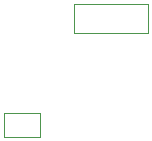
<source format=gbr>
%TF.GenerationSoftware,KiCad,Pcbnew,8.0.5*%
%TF.CreationDate,2024-10-23T20:51:02+01:00*%
%TF.ProjectId,DTC-690 Light,4454432d-3639-4302-904c-696768742e6b,0.2*%
%TF.SameCoordinates,Original*%
%TF.FileFunction,Legend,Bot*%
%TF.FilePolarity,Positive*%
%FSLAX46Y46*%
G04 Gerber Fmt 4.6, Leading zero omitted, Abs format (unit mm)*
G04 Created by KiCad (PCBNEW 8.0.5) date 2024-10-23 20:51:02*
%MOMM*%
%LPD*%
G01*
G04 APERTURE LIST*
%ADD10C,0.100000*%
G04 APERTURE END LIST*
D10*
X88550000Y-93000000D02*
X91550000Y-93000000D01*
X91550000Y-95000000D01*
X88550000Y-95000000D01*
X88550000Y-93000000D01*
X94500000Y-83700000D02*
X100700000Y-83700000D01*
X100700000Y-86200000D01*
X94500000Y-86200000D01*
X94500000Y-83700000D01*
M02*

</source>
